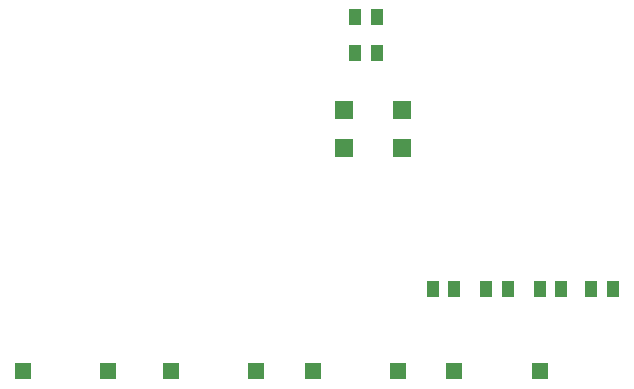
<source format=gtp>
G04*
G04 #@! TF.GenerationSoftware,Altium Limited,Altium Designer,24.7.2 (38)*
G04*
G04 Layer_Color=8421504*
%FSAX44Y44*%
%MOMM*%
G71*
G04*
G04 #@! TF.SameCoordinates,24FF2C46-A417-480C-89B1-4EDC075265FB*
G04*
G04*
G04 #@! TF.FilePolarity,Positive*
G04*
G01*
G75*
%ADD15R,1.5000X1.5000*%
%ADD16R,1.1000X1.4000*%
%ADD17R,1.4000X1.4000*%
D15*
X00374500Y00256000D02*
D03*
Y00224000D02*
D03*
X00325500D02*
D03*
Y00256000D02*
D03*
D16*
X00353000Y00335000D02*
D03*
X00335000D02*
D03*
Y00305000D02*
D03*
X00353000D02*
D03*
X00401000Y00105000D02*
D03*
X00419000D02*
D03*
X00446000D02*
D03*
X00464000D02*
D03*
X00491000D02*
D03*
X00509000D02*
D03*
X00535000D02*
D03*
X00553000D02*
D03*
D17*
X00419000Y00035000D02*
D03*
X00491000D02*
D03*
X00054000D02*
D03*
X00126000D02*
D03*
X00299000D02*
D03*
X00371000D02*
D03*
X00179000D02*
D03*
X00251000D02*
D03*
M02*

</source>
